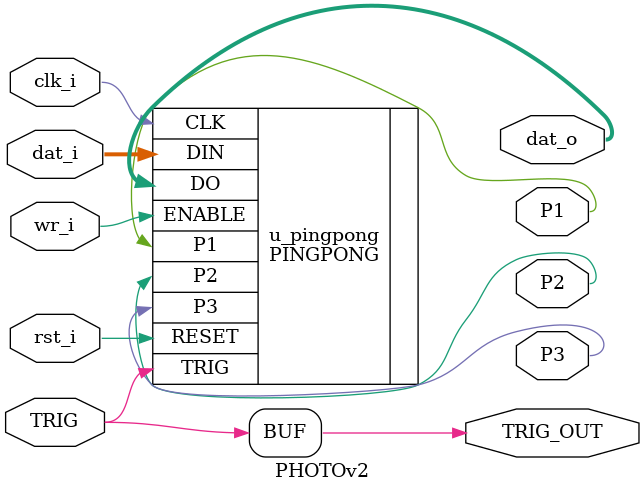
<source format=v>
`timescale 1ns / 1ps

// Photoshutter control module.
module PHOTOv2(
		input clk_i,
		input wr_i,
		input [31:0] dat_i,
		output [31:0] dat_o,
		input rst_i,
		input TRIG,
		output P1,
		output P2,
		output P3,
		output TRIG_OUT
    );
	
	// For now just copy the PINGPONG module.
	PINGPONG u_pingpong(.CLK(clk_i),.ENABLE(wr_i),.DIN(dat_i),.DO(dat_o),
							  .P1(P1),.P2(P2),.P3(P3),.TRIG(TRIG),.RESET(rst_i));
	assign TRIG_OUT = TRIG;
endmodule

</source>
